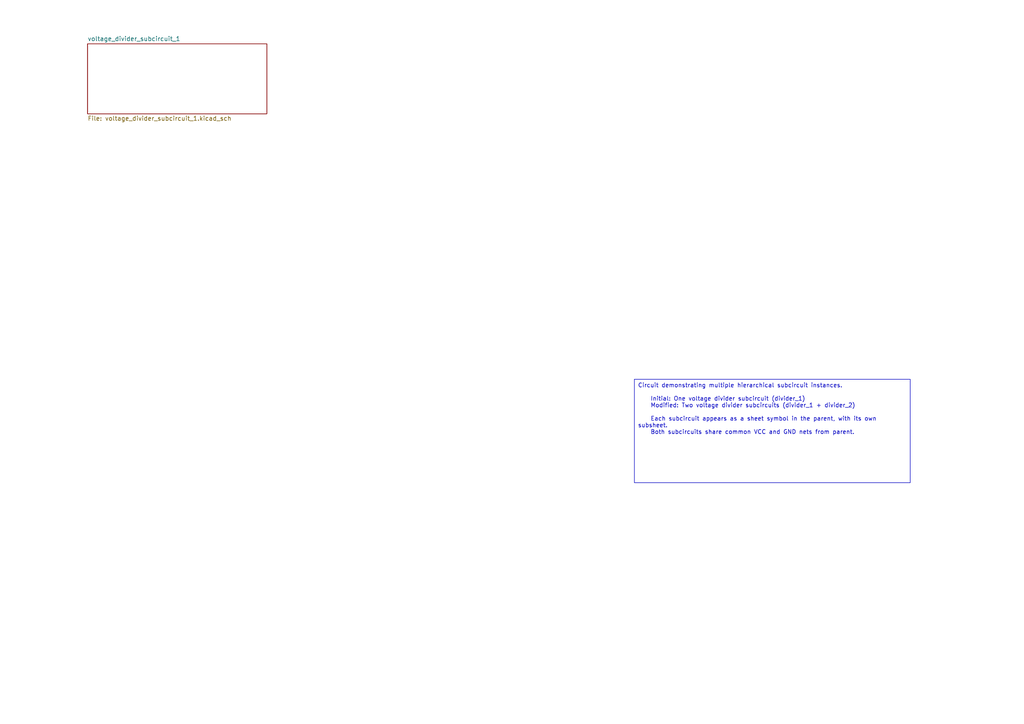
<source format=kicad_sch>
(kicad_sch
	(version 20250114)
	(generator "circuit_synth")
	(generator_version "0.8.36")
	(uuid "574d216c-e794-44e1-9c80-a3f34419c043")
	(paper "A4")
	(title_block
		(title "voltage_divider_instances")
	)
	(lib_symbols)
	(text_box "Circuit demonstrating multiple hierarchical subcircuit instances.\n\n    Initial: One voltage divider subcircuit (divider_1)\n    Modified: Two voltage divider subcircuits (divider_1 + divider_2)\n\n    Each subcircuit appears as a sheet symbol in the parent, with its own subsheet.\n    Both subcircuits share common VCC and GND nets from parent."
		(exclude_from_sim no)
		(at 184 110 0)
		(size 80 30)
		(margins 1 1 1 1)
		(stroke
			(width 0)
			(type solid)
		)
		(fill
			(type none)
		)
		(effects
			(font
				(size 1.2 1.2)
			)
			(justify left top)
		)
		(uuid "d28a3db7-b9c0-45a4-a237-c9ebca4fa96a")
	)
	(sheet
		(at 25.4 12.7)
		(size 52 20.32)
		(exclude_from_sim no)
		(in_bom yes)
		(on_board yes)
		(dnp no)
		(fields_autoplaced yes)
		(stroke
			(width 0.1524)
			(type solid)
		)
		(fill
			(color 0 0 0 0.0000)
		)
		(uuid "4aec0fde-8d20-493d-b0ce-3fbf8a02322c")
		(property "Sheetname" "voltage_divider_subcircuit_1"
			(at 25.4 11.9884 0)
			(effects
				(font
					(size 1.27 1.27)
				)
				(justify left bottom)
			)
		)
		(property "Sheetfile" "voltage_divider_subcircuit_1.kicad_sch"
			(at 25.4 33.6046 0)
			(effects
				(font
					(size 1.27 1.27)
				)
				(justify left top)
			)
		)
		(instances
			(project "voltage_divider_instances"
				(path "/574d216c-e794-44e1-9c80-a3f34419c043"
					(page "2")
				)
			)
		)
	)
	(sheet_instances
		(path "/"
			(page "1")
		)
	)
	(embedded_fonts no)
)

</source>
